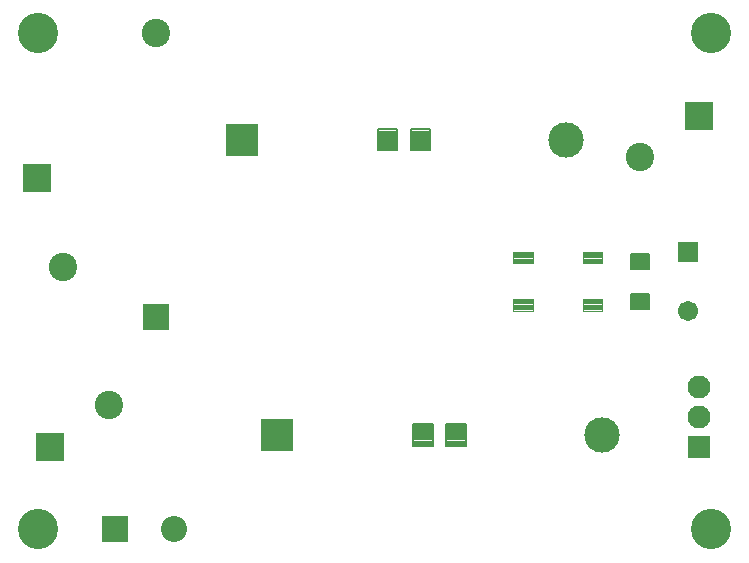
<source format=gbs>
G75*
G70*
%OFA0B0*%
%FSLAX24Y24*%
%IPPOS*%
%LPD*%
%AMOC8*
5,1,8,0,0,1.08239X$1,22.5*
%
%ADD10C,0.0071*%
%ADD11R,0.1064X0.1064*%
%ADD12C,0.1182*%
%ADD13C,0.0041*%
%ADD14C,0.0058*%
%ADD15C,0.0674*%
%ADD16R,0.0674X0.0674*%
%ADD17R,0.0769X0.0769*%
%ADD18C,0.0769*%
%ADD19R,0.0867X0.0867*%
%ADD20C,0.0946*%
%ADD21R,0.0946X0.0946*%
%ADD22C,0.1340*%
%ADD23C,0.0867*%
D10*
X036637Y026913D02*
X037277Y026913D01*
X036637Y026913D02*
X036637Y027631D01*
X037277Y027631D01*
X037277Y026913D01*
X037277Y026983D02*
X036637Y026983D01*
X036637Y027053D02*
X037277Y027053D01*
X037277Y027123D02*
X036637Y027123D01*
X036637Y027193D02*
X037277Y027193D01*
X037277Y027263D02*
X036637Y027263D01*
X036637Y027333D02*
X037277Y027333D01*
X037277Y027403D02*
X036637Y027403D01*
X036637Y027473D02*
X037277Y027473D01*
X037277Y027543D02*
X036637Y027543D01*
X036637Y027613D02*
X037277Y027613D01*
X037739Y026913D02*
X038379Y026913D01*
X037739Y026913D02*
X037739Y027631D01*
X038379Y027631D01*
X038379Y026913D01*
X038379Y026983D02*
X037739Y026983D01*
X037739Y027053D02*
X038379Y027053D01*
X038379Y027123D02*
X037739Y027123D01*
X037739Y027193D02*
X038379Y027193D01*
X038379Y027263D02*
X037739Y027263D01*
X037739Y027333D02*
X038379Y027333D01*
X038379Y027403D02*
X037739Y027403D01*
X037739Y027473D02*
X038379Y027473D01*
X038379Y027543D02*
X037739Y027543D01*
X037739Y027613D02*
X038379Y027613D01*
X037198Y036755D02*
X036558Y036755D01*
X036558Y037473D01*
X037198Y037473D01*
X037198Y036755D01*
X037198Y036825D02*
X036558Y036825D01*
X036558Y036895D02*
X037198Y036895D01*
X037198Y036965D02*
X036558Y036965D01*
X036558Y037035D02*
X037198Y037035D01*
X037198Y037105D02*
X036558Y037105D01*
X036558Y037175D02*
X037198Y037175D01*
X037198Y037245D02*
X036558Y037245D01*
X036558Y037315D02*
X037198Y037315D01*
X037198Y037385D02*
X036558Y037385D01*
X036558Y037455D02*
X037198Y037455D01*
X036096Y036755D02*
X035456Y036755D01*
X035456Y037473D01*
X036096Y037473D01*
X036096Y036755D01*
X036096Y036825D02*
X035456Y036825D01*
X035456Y036895D02*
X036096Y036895D01*
X036096Y036965D02*
X035456Y036965D01*
X035456Y037035D02*
X036096Y037035D01*
X036096Y037105D02*
X035456Y037105D01*
X035456Y037175D02*
X036096Y037175D01*
X036096Y037245D02*
X035456Y037245D01*
X035456Y037315D02*
X036096Y037315D01*
X036096Y037385D02*
X035456Y037385D01*
X035456Y037455D02*
X036096Y037455D01*
D11*
X030913Y037114D03*
X032094Y027272D03*
D12*
X042921Y027272D03*
X041740Y037114D03*
D13*
X042281Y033364D02*
X042931Y033364D01*
X042931Y032990D01*
X042281Y032990D01*
X042281Y033364D01*
X042281Y033030D02*
X042931Y033030D01*
X042931Y033070D02*
X042281Y033070D01*
X042281Y033110D02*
X042931Y033110D01*
X042931Y033150D02*
X042281Y033150D01*
X042281Y033190D02*
X042931Y033190D01*
X042931Y033230D02*
X042281Y033230D01*
X042281Y033270D02*
X042931Y033270D01*
X042931Y033310D02*
X042281Y033310D01*
X042281Y033350D02*
X042931Y033350D01*
X042931Y031789D02*
X042281Y031789D01*
X042931Y031789D02*
X042931Y031415D01*
X042281Y031415D01*
X042281Y031789D01*
X042281Y031455D02*
X042931Y031455D01*
X042931Y031495D02*
X042281Y031495D01*
X042281Y031535D02*
X042931Y031535D01*
X042931Y031575D02*
X042281Y031575D01*
X042281Y031615D02*
X042931Y031615D01*
X042931Y031655D02*
X042281Y031655D01*
X042281Y031695D02*
X042931Y031695D01*
X042931Y031735D02*
X042281Y031735D01*
X042281Y031775D02*
X042931Y031775D01*
X040608Y031789D02*
X039958Y031789D01*
X040608Y031789D02*
X040608Y031415D01*
X039958Y031415D01*
X039958Y031789D01*
X039958Y031455D02*
X040608Y031455D01*
X040608Y031495D02*
X039958Y031495D01*
X039958Y031535D02*
X040608Y031535D01*
X040608Y031575D02*
X039958Y031575D01*
X039958Y031615D02*
X040608Y031615D01*
X040608Y031655D02*
X039958Y031655D01*
X039958Y031695D02*
X040608Y031695D01*
X040608Y031735D02*
X039958Y031735D01*
X039958Y031775D02*
X040608Y031775D01*
X040608Y033364D02*
X039958Y033364D01*
X040608Y033364D02*
X040608Y032990D01*
X039958Y032990D01*
X039958Y033364D01*
X039958Y033030D02*
X040608Y033030D01*
X040608Y033070D02*
X039958Y033070D01*
X039958Y033110D02*
X040608Y033110D01*
X040608Y033150D02*
X039958Y033150D01*
X039958Y033190D02*
X040608Y033190D01*
X040608Y033230D02*
X039958Y033230D01*
X039958Y033270D02*
X040608Y033270D01*
X040608Y033310D02*
X039958Y033310D01*
X039958Y033350D02*
X040608Y033350D01*
D14*
X044501Y033314D02*
X044501Y032792D01*
X043901Y032792D01*
X043901Y033314D01*
X044501Y033314D01*
X044501Y032849D02*
X043901Y032849D01*
X043901Y032906D02*
X044501Y032906D01*
X044501Y032963D02*
X043901Y032963D01*
X043901Y033020D02*
X044501Y033020D01*
X044501Y033077D02*
X043901Y033077D01*
X043901Y033134D02*
X044501Y033134D01*
X044501Y033191D02*
X043901Y033191D01*
X043901Y033248D02*
X044501Y033248D01*
X044501Y033305D02*
X043901Y033305D01*
X044501Y031987D02*
X044501Y031465D01*
X043901Y031465D01*
X043901Y031987D01*
X044501Y031987D01*
X044501Y031522D02*
X043901Y031522D01*
X043901Y031579D02*
X044501Y031579D01*
X044501Y031636D02*
X043901Y031636D01*
X043901Y031693D02*
X044501Y031693D01*
X044501Y031750D02*
X043901Y031750D01*
X043901Y031807D02*
X044501Y031807D01*
X044501Y031864D02*
X043901Y031864D01*
X043901Y031921D02*
X044501Y031921D01*
X044501Y031978D02*
X043901Y031978D01*
D15*
X045776Y031406D03*
D16*
X045776Y033374D03*
D17*
X046169Y026878D03*
D18*
X046169Y027878D03*
X046169Y028878D03*
D19*
X028059Y031209D03*
X026681Y024122D03*
D20*
X026484Y028256D03*
X024949Y032882D03*
X028059Y040657D03*
X044201Y036524D03*
D21*
X046169Y037902D03*
X024516Y026878D03*
X024083Y035835D03*
D22*
X024122Y024122D03*
X024122Y040657D03*
X046563Y040657D03*
X046563Y024122D03*
D23*
X028650Y024122D03*
M02*

</source>
